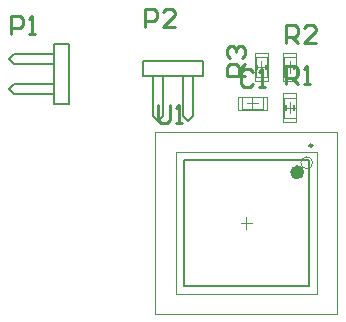
<source format=gto>
G04 Layer_Color=65535*
%FSLAX25Y25*%
%MOIN*%
G70*
G01*
G75*
%ADD14C,0.01000*%
%ADD16C,0.00394*%
%ADD17C,0.00197*%
%ADD21C,0.02362*%
%ADD22C,0.00984*%
%ADD23C,0.00787*%
D14*
X169000Y118453D02*
X163002D01*
Y121452D01*
X164002Y122451D01*
X166001D01*
X167001Y121452D01*
Y118453D01*
Y120452D02*
X169000Y122451D01*
X164002Y124451D02*
X163002Y125451D01*
Y127450D01*
X164002Y128450D01*
X165001D01*
X166001Y127450D01*
Y126450D01*
Y127450D01*
X167001Y128450D01*
X168000D01*
X169000Y127450D01*
Y125451D01*
X168000Y124451D01*
X140100Y108851D02*
Y103852D01*
X141100Y102853D01*
X143099D01*
X144099Y103852D01*
Y108851D01*
X146098Y102853D02*
X148098D01*
X147098D01*
Y108851D01*
X146098Y107851D01*
X171599Y119851D02*
X170599Y120851D01*
X168600D01*
X167600Y119851D01*
Y115852D01*
X168600Y114853D01*
X170599D01*
X171599Y115852D01*
X173598Y114853D02*
X175598D01*
X174598D01*
Y120851D01*
X173598Y119851D01*
X91100Y132400D02*
Y138398D01*
X94099D01*
X95099Y137398D01*
Y135399D01*
X94099Y134399D01*
X91100D01*
X97098Y132400D02*
X99097D01*
X98098D01*
Y138398D01*
X97098Y137398D01*
X135600Y134900D02*
Y140898D01*
X138599D01*
X139599Y139898D01*
Y137899D01*
X138599Y136899D01*
X135600D01*
X145597Y134900D02*
X141598D01*
X145597Y138899D01*
Y139898D01*
X144597Y140898D01*
X142598D01*
X141598Y139898D01*
X182600Y115853D02*
Y121851D01*
X185599D01*
X186599Y120851D01*
Y118852D01*
X185599Y117852D01*
X182600D01*
X184599D02*
X186599Y115853D01*
X188598D02*
X190597D01*
X189598D01*
Y121851D01*
X188598Y120851D01*
X182600Y129353D02*
Y135351D01*
X185599D01*
X186599Y134351D01*
Y132352D01*
X185599Y131352D01*
X182600D01*
X184599D02*
X186599Y129353D01*
X192597D02*
X188598D01*
X192597Y133352D01*
Y134351D01*
X191597Y135351D01*
X189598D01*
X188598Y134351D01*
D16*
X191547Y89531D02*
G03*
X191547Y89531I-1969J0D01*
G01*
X176370Y118106D02*
Y124799D01*
X172630Y118106D02*
Y124799D01*
X176370D01*
X172630Y118106D02*
X176370D01*
X145878Y45831D02*
Y93075D01*
X193122Y45831D02*
Y93075D01*
X145878Y45831D02*
X193122D01*
X145878Y93075D02*
X193122D01*
X168055Y107583D02*
X174945D01*
X168055Y111323D02*
X174945D01*
Y107583D02*
Y111323D01*
X168055Y107583D02*
Y111323D01*
X182130Y118106D02*
Y124799D01*
X185870Y118106D02*
Y124799D01*
X182130Y118106D02*
X185870D01*
X182130Y124799D02*
X185870D01*
X185870Y104606D02*
Y111299D01*
X182130Y104606D02*
Y111299D01*
X185870D01*
X182130Y104606D02*
X185870D01*
X172630Y121453D02*
X176370D01*
X174500Y119583D02*
Y123323D01*
X176665Y116728D02*
Y126177D01*
X172335Y116728D02*
Y126177D01*
X176665D01*
X172335Y116728D02*
X176665D01*
X167532Y69453D02*
X171469D01*
X169500Y67484D02*
Y71421D01*
X171500Y107583D02*
Y111323D01*
X169630Y109453D02*
X173370D01*
X166776Y107287D02*
X176225D01*
X166776Y111618D02*
X176225D01*
Y107287D02*
Y111618D01*
X166776Y107287D02*
Y111618D01*
X182130Y121453D02*
X185870D01*
X184000Y119583D02*
Y123323D01*
X181835Y116728D02*
Y126177D01*
X186165Y116728D02*
Y126177D01*
X181835Y116728D02*
X186165D01*
X181835Y126177D02*
X186165D01*
X182130Y107953D02*
X185870D01*
X184000Y106083D02*
Y109823D01*
X186165Y103228D02*
Y112677D01*
X181835Y103228D02*
Y112677D01*
X186165D01*
X181835Y103228D02*
X186165D01*
D17*
X139185Y39138D02*
Y99768D01*
X199815Y39138D02*
Y99768D01*
X139185Y39138D02*
X199815D01*
X139185Y99768D02*
X199815D01*
D21*
X187610Y86382D02*
G03*
X187610Y86382I-1181J0D01*
G01*
D22*
X191449Y95339D02*
G03*
X191449Y95339I-492J0D01*
G01*
D23*
X92167Y112333D02*
X105500D01*
X90500Y114000D02*
X92167Y112333D01*
X90500Y114000D02*
X92167Y115667D01*
X105500D01*
X92167Y122333D02*
X105500D01*
X90500Y124000D02*
X92167Y122333D01*
X90500Y124000D02*
X92167Y125667D01*
X105500D01*
X110500Y109000D02*
Y129000D01*
X105500D02*
X110500D01*
X105500Y109000D02*
X110500D01*
X105500D02*
Y129000D01*
X175878Y120665D02*
Y122240D01*
X173122Y120665D02*
Y122240D01*
X148634Y48587D02*
Y90319D01*
X190366Y48587D02*
Y90319D01*
X148634Y48587D02*
X190366D01*
X148634Y90319D02*
X190366D01*
X182622Y120665D02*
Y122240D01*
X185378Y120665D02*
Y122240D01*
X185378Y107165D02*
Y108740D01*
X182622Y107165D02*
Y108740D01*
X135000Y118500D02*
X155000D01*
Y123500D01*
X135000Y118500D02*
Y123500D01*
X155000D01*
X138333Y105167D02*
Y118500D01*
Y105167D02*
X140000Y103500D01*
X141667Y105167D01*
X141667Y105167D02*
Y118500D01*
X148333Y105167D02*
Y118500D01*
Y105167D02*
X150000Y103500D01*
X151667Y105167D01*
Y118500D01*
M02*

</source>
